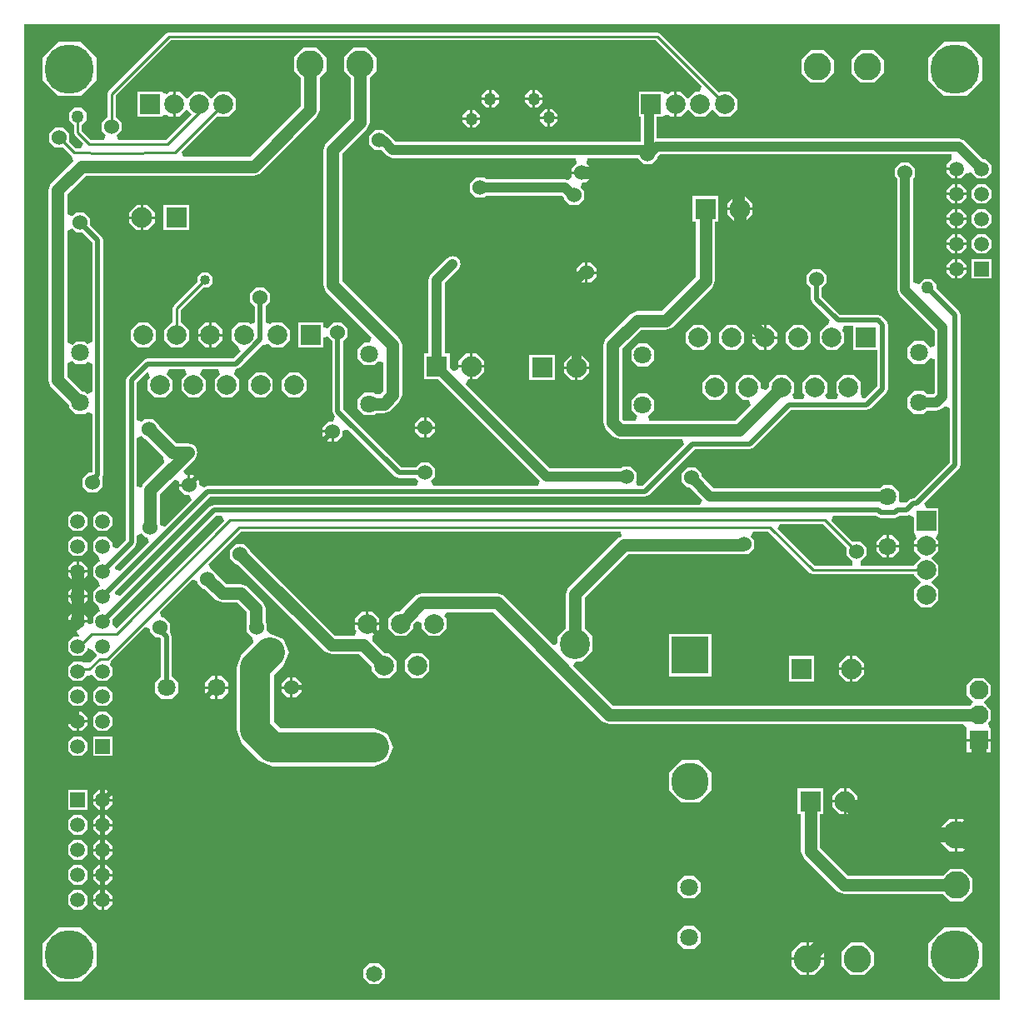
<source format=gbl>
G04*
G04 #@! TF.GenerationSoftware,Altium Limited,Altium Designer,21.3.2 (30)*
G04*
G04 Layer_Physical_Order=2*
G04 Layer_Color=16711680*
%FSTAX44Y44*%
%MOMM*%
G71*
G04*
G04 #@! TF.SameCoordinates,71E4571F-97C7-41C0-9591-7C9436880AE0*
G04*
G04*
G04 #@! TF.FilePolarity,Positive*
G04*
G01*
G75*
%ADD11C,0.2540*%
%ADD13C,0.5080*%
%ADD54C,1.2700*%
%ADD55C,3.0480*%
%ADD57C,1.5240*%
%ADD58C,1.0160*%
%ADD59R,2.0000X2.0000*%
%ADD60C,2.0000*%
%ADD61C,2.7940*%
%ADD62R,1.5000X1.5000*%
%ADD63C,1.5000*%
%ADD64R,2.1000X2.1000*%
%ADD65C,2.1000*%
%ADD66C,1.8000*%
%ADD67C,1.6500*%
%ADD68R,2.0000X2.0000*%
%ADD69C,1.9400*%
%ADD70R,1.9400X1.9400*%
%ADD71R,3.8100X3.8100*%
%ADD72C,3.8100*%
%ADD73C,5.0000*%
%ADD74C,1.5240*%
%ADD75C,1.2700*%
%ADD76C,3.0480*%
%ADD77C,1.0160*%
G36*
X00995366Y00004124D02*
X00004124D01*
Y00995366D01*
X00995366D01*
Y00004124D01*
D02*
G37*
%LPC*%
G36*
X00867899Y0096901D02*
X00854221D01*
X0084455Y00959339D01*
Y00945661D01*
X00854221Y0093599D01*
X00867899D01*
X0087757Y00945661D01*
Y00959339D01*
X00867899Y0096901D01*
D02*
G37*
G36*
X00817099D02*
X00803421D01*
X0079375Y00959339D01*
Y00945661D01*
X00803421Y0093599D01*
X00817099D01*
X0082677Y00945661D01*
Y00959339D01*
X00817099Y0096901D01*
D02*
G37*
G36*
X0066461Y00926686D02*
X00660686D01*
X00658113Y00924114D01*
X0065342Y00926058D01*
Y00926686D01*
X0062834D01*
Y00901606D01*
X00630264D01*
Y00875658D01*
X00381876D01*
X00375104Y0088243D01*
X00373216Y00883212D01*
X00368698Y0088773D01*
X00360282D01*
X0035433Y00881778D01*
Y00873362D01*
X00360282Y0086741D01*
X00366796D01*
X00372628Y00861578D01*
X0037846Y00859162D01*
X00564506D01*
X00565394Y00854082D01*
X0056007Y00848758D01*
Y0084582D01*
X0058039D01*
Y00848758D01*
X00575066Y00854082D01*
X00575954Y00859162D01*
X00627609D01*
X00633332Y0085344D01*
X00641748D01*
X006477Y00859392D01*
Y00860721D01*
X00649951Y00862972D01*
X00945845D01*
X00946563Y00857892D01*
X0094119Y00852519D01*
Y0084963D01*
X0095123D01*
Y0084836D01*
X009525D01*
Y0083832D01*
X00955389D01*
X0096127Y00844201D01*
X0096635Y00844264D01*
X0096659Y00844201D01*
X00972471Y0083832D01*
X00980789D01*
X0098667Y00844201D01*
Y00852519D01*
X00980789Y008584D01*
X00978254D01*
X00959602Y00877052D01*
X0095377Y00879468D01*
X0064676D01*
Y00901606D01*
X0065342D01*
Y00902234D01*
X00658113Y00904178D01*
X00660686Y00901606D01*
X0066461D01*
Y00914146D01*
Y00926686D01*
D02*
G37*
G36*
X0015534D02*
X00151416D01*
X00148843Y00924114D01*
X0014415Y00926058D01*
Y00926686D01*
X0011907D01*
Y00901606D01*
X0014415D01*
Y00902234D01*
X00148843Y00904178D01*
X00151416Y00901606D01*
X0015534D01*
Y00914146D01*
Y00926686D01*
D02*
G37*
G36*
X00961407Y0097754D02*
X00938593D01*
X0092246Y00961407D01*
Y00938593D01*
X00938593Y0092246D01*
X00961407D01*
X0097754Y00938593D01*
Y00961407D01*
X00961407Y0097754D01*
D02*
G37*
G36*
X00061407D02*
X00038593D01*
X0002246Y00961407D01*
Y00938593D01*
X00038593Y0092246D01*
X00061407D01*
X0007754Y00938593D01*
Y00961407D01*
X00061407Y0097754D01*
D02*
G37*
G36*
X00525652Y0092837D02*
X0052324D01*
Y0092075D01*
X0053086D01*
Y00923162D01*
X00525652Y0092837D01*
D02*
G37*
G36*
X005207D02*
X00518288D01*
X0051308Y00923162D01*
Y0092075D01*
X005207D01*
Y0092837D01*
D02*
G37*
G36*
X00481202D02*
X0047879D01*
Y0092075D01*
X0048641D01*
Y00923162D01*
X00481202Y0092837D01*
D02*
G37*
G36*
X0047625D02*
X00473838D01*
X0046863Y00923162D01*
Y0092075D01*
X0047625D01*
Y0092837D01*
D02*
G37*
G36*
X00647046Y00987104D02*
X0015113D01*
X00148214Y00985896D01*
X00089794Y00927476D01*
X00088586Y0092456D01*
Y009017D01*
X00088502D01*
X0008255Y00895748D01*
Y00887332D01*
X00087254Y00882627D01*
X0008549Y00877547D01*
X00071895D01*
X00062544Y00886898D01*
Y00893252D01*
X0006731Y00898018D01*
Y00905382D01*
X00062102Y0091059D01*
X00054738D01*
X0004953Y00905382D01*
Y00898018D01*
X00054296Y00893252D01*
Y0088519D01*
X00055504Y00882274D01*
X00063808Y0087397D01*
X0006168Y00868914D01*
X00056338Y00868975D01*
X0004947Y00875842D01*
X0004953Y00875902D01*
Y00884318D01*
X00043578Y0089027D01*
X00035162D01*
X0002921Y00884318D01*
Y00875902D01*
X00035162Y0086995D01*
X00043578D01*
X00043638Y0087001D01*
X0005095Y00862698D01*
X0005095Y00862698D01*
X0005095Y00862698D01*
X00051694Y00861954D01*
X00052558Y00861596D01*
X00053373Y00859398D01*
X00053763Y00856228D01*
X00053723Y00856001D01*
X00031296Y00833574D01*
X00028477Y0082677D01*
Y00633394D01*
X00031296Y0062659D01*
X0004942Y00608466D01*
Y00605754D01*
X0005618Y00598994D01*
X0006574D01*
X00068162Y00601416D01*
X00073242Y00599311D01*
Y0053975D01*
X00069452D01*
X000635Y00533798D01*
Y00525382D01*
X00069452Y0051943D01*
X00077868D01*
X0008382Y00525382D01*
Y00533798D01*
X00083055Y00534563D01*
X00084239Y00537419D01*
Y0077597D01*
X00082628Y00779858D01*
X0007112Y00791366D01*
Y00797958D01*
X00065168Y0080391D01*
X00056752D01*
X00052803Y00799961D01*
X00047723Y00802065D01*
Y00822784D01*
X00066216Y00841277D01*
X0023749D01*
X00244294Y00844096D01*
X00301444Y00901246D01*
X00304263Y0090805D01*
Y00941314D01*
X0031115Y00948201D01*
Y00961879D01*
X00301479Y0097155D01*
X00287801D01*
X0027813Y00961879D01*
Y00948201D01*
X00285018Y00941314D01*
Y00912036D01*
X00233504Y00860523D01*
X00166003D01*
X00163899Y00865602D01*
X00200659Y00902363D01*
X00201416Y00901606D01*
X00211805D01*
X0021915Y00908952D01*
Y0091934D01*
X00211805Y00926686D01*
X00201416D01*
X0019411Y0091938D01*
X00186804Y00926686D01*
X00176416D01*
X0016911Y0091938D01*
X00161804Y00926686D01*
X0015788D01*
Y00914146D01*
Y00901606D01*
X00161804D01*
X0016911Y00908912D01*
X00174145Y00903877D01*
X00147815Y00877547D01*
X0009993D01*
X00098166Y00882627D01*
X0010287Y00887332D01*
Y00895748D01*
X00096918Y009017D01*
X00096834D01*
Y00922852D01*
X00152838Y00978856D01*
X00645338D01*
X00692428Y00931766D01*
X00690324Y00926686D01*
X00685686D01*
X0067838Y0091938D01*
X00671074Y00926686D01*
X0066715D01*
Y00914146D01*
Y00901606D01*
X00671074D01*
X0067838Y00908912D01*
X00685686Y00901606D01*
X00696074D01*
X0070338Y00908912D01*
X00710686Y00901606D01*
X00721075D01*
X0072842Y00908952D01*
Y0091934D01*
X00721075Y00926686D01*
X00710686D01*
X00709929Y00925929D01*
X00649962Y00985896D01*
X00647046Y00987104D01*
D02*
G37*
G36*
X0053086Y0091821D02*
X0052324D01*
Y0091059D01*
X00525652D01*
X0053086Y00915798D01*
Y0091821D01*
D02*
G37*
G36*
X005207D02*
X0051308D01*
Y00915798D01*
X00518288Y0091059D01*
X005207D01*
Y0091821D01*
D02*
G37*
G36*
X0048641D02*
X0047879D01*
Y0091059D01*
X00481202D01*
X0048641Y00915798D01*
Y0091821D01*
D02*
G37*
G36*
X0047625D02*
X0046863D01*
Y00915798D01*
X00473838Y0091059D01*
X0047625D01*
Y0091821D01*
D02*
G37*
G36*
X00540892Y0090932D02*
X0053848D01*
Y009017D01*
X005461D01*
Y00904112D01*
X00540892Y0090932D01*
D02*
G37*
G36*
X0053594D02*
X00533528D01*
X0052832Y00904112D01*
Y009017D01*
X0053594D01*
Y0090932D01*
D02*
G37*
G36*
X00462152Y0090805D02*
X0045974D01*
Y0090043D01*
X0046736D01*
Y00902842D01*
X00462152Y0090805D01*
D02*
G37*
G36*
X004572D02*
X00454788D01*
X0044958Y00902842D01*
Y0090043D01*
X004572D01*
Y0090805D01*
D02*
G37*
G36*
X005461Y0089916D02*
X0053848D01*
Y0089154D01*
X00540892D01*
X005461Y00896748D01*
Y0089916D01*
D02*
G37*
G36*
X0053594D02*
X0052832D01*
Y00896748D01*
X00533528Y0089154D01*
X0053594D01*
Y0089916D01*
D02*
G37*
G36*
X0046736Y0089789D02*
X0045974D01*
Y0089027D01*
X00462152D01*
X0046736Y00895478D01*
Y0089789D01*
D02*
G37*
G36*
X004572D02*
X0044958D01*
Y00895478D01*
X00454788Y0089027D01*
X004572D01*
Y0089789D01*
D02*
G37*
G36*
X0094996Y0084709D02*
X0094119D01*
Y00844201D01*
X00947071Y0083832D01*
X0094996D01*
Y0084709D01*
D02*
G37*
G36*
X0058039Y0084328D02*
X0056007D01*
Y00840342D01*
X00557122Y00836105D01*
X00553615Y00837558D01*
X00473481D01*
X00471568Y0083947D01*
X00463152D01*
X004572Y00833518D01*
Y00825102D01*
X00463152Y0081915D01*
X00471568D01*
X00473481Y00821062D01*
X00550199D01*
X0055245Y00818811D01*
Y00817482D01*
X00558402Y0081153D01*
X00566818D01*
X0057277Y00817482D01*
Y00825898D01*
X00569358Y0082931D01*
X00571463Y0083439D01*
X00574438D01*
X0058039Y00840342D01*
Y0084328D01*
D02*
G37*
G36*
X00955389Y00833D02*
X009525D01*
Y0082423D01*
X0096127D01*
Y00827119D01*
X00955389Y00833D01*
D02*
G37*
G36*
X0094996D02*
X00947071D01*
X0094119Y00827119D01*
Y0082423D01*
X0094996D01*
Y00833D01*
D02*
G37*
G36*
X00980789D02*
X00972471D01*
X0096659Y00827119D01*
Y00818801D01*
X00972471Y0081292D01*
X00980789D01*
X0098667Y00818801D01*
Y00827119D01*
X00980789Y00833D01*
D02*
G37*
G36*
X0096127Y0082169D02*
X009525D01*
Y0081292D01*
X00955389D01*
X0096127Y00818801D01*
Y0082169D01*
D02*
G37*
G36*
X0094996D02*
X0094119D01*
Y00818801D01*
X00947071Y0081292D01*
X0094996D01*
Y0082169D01*
D02*
G37*
G36*
X00736641Y0082076D02*
X0073251D01*
Y0080899D01*
X0074428D01*
Y00813121D01*
X00736641Y0082076D01*
D02*
G37*
G36*
X0072997D02*
X00725839D01*
X007182Y00813121D01*
Y0080899D01*
X0072997D01*
Y0082076D01*
D02*
G37*
G36*
X00128871Y0081187D02*
X0012474D01*
Y008001D01*
X0013651D01*
Y00804231D01*
X00128871Y0081187D01*
D02*
G37*
G36*
X001222D02*
X00118069D01*
X0011043Y00804231D01*
Y008001D01*
X001222D01*
Y0081187D01*
D02*
G37*
G36*
X00955389Y008076D02*
X009525D01*
Y0079883D01*
X0096127D01*
Y00801719D01*
X00955389Y008076D01*
D02*
G37*
G36*
X0094996D02*
X00947071D01*
X0094119Y00801719D01*
Y0079883D01*
X0094996D01*
Y008076D01*
D02*
G37*
G36*
X0074428Y0080645D02*
X0073251D01*
Y0079468D01*
X00736641D01*
X0074428Y00802319D01*
Y0080645D01*
D02*
G37*
G36*
X0072997D02*
X007182D01*
Y00802319D01*
X00725839Y0079468D01*
X0072997D01*
Y0080645D01*
D02*
G37*
G36*
X00980789Y008076D02*
X00972471D01*
X0096659Y00801719D01*
Y00793401D01*
X00972471Y0078752D01*
X00980789D01*
X0098667Y00793401D01*
Y00801719D01*
X00980789Y008076D01*
D02*
G37*
G36*
X0096127Y0079629D02*
X009525D01*
Y0078752D01*
X00955389D01*
X0096127Y00793401D01*
Y0079629D01*
D02*
G37*
G36*
X0094996D02*
X0094119D01*
Y00793401D01*
X00947071Y0078752D01*
X0094996D01*
Y0079629D01*
D02*
G37*
G36*
X0017151Y0081187D02*
X0014543D01*
Y0078579D01*
X0017151D01*
Y0081187D01*
D02*
G37*
G36*
X0013651Y0079756D02*
X0012474D01*
Y0078579D01*
X00128871D01*
X0013651Y00793429D01*
Y0079756D01*
D02*
G37*
G36*
X001222D02*
X0011043D01*
Y00793429D01*
X00118069Y0078579D01*
X001222D01*
Y0079756D01*
D02*
G37*
G36*
X00955389Y007822D02*
X009525D01*
Y0077343D01*
X0096127D01*
Y00776319D01*
X00955389Y007822D01*
D02*
G37*
G36*
X0094996D02*
X00947071D01*
X0094119Y00776319D01*
Y0077343D01*
X0094996D01*
Y007822D01*
D02*
G37*
G36*
X00980789D02*
X00972471D01*
X0096659Y00776319D01*
Y00768001D01*
X00972471Y0076212D01*
X00980789D01*
X0098667Y00768001D01*
Y00776319D01*
X00980789Y007822D01*
D02*
G37*
G36*
X0096127Y0077089D02*
X009525D01*
Y0076212D01*
X00955389D01*
X0096127Y00768001D01*
Y0077089D01*
D02*
G37*
G36*
X0094996D02*
X0094119D01*
Y00768001D01*
X00947071Y0076212D01*
X0094996D01*
Y0077089D01*
D02*
G37*
G36*
X00955389Y007568D02*
X009525D01*
Y0074803D01*
X0096127D01*
Y00750919D01*
X00955389Y007568D01*
D02*
G37*
G36*
X0094996D02*
X00947071D01*
X0094119Y00750919D01*
Y0074803D01*
X0094996D01*
Y007568D01*
D02*
G37*
G36*
X00579518Y0075311D02*
X0057658D01*
Y0074422D01*
X0058547D01*
Y00747158D01*
X00579518Y0075311D01*
D02*
G37*
G36*
X0057404D02*
X00571102D01*
X0056515Y00747158D01*
Y0074422D01*
X0057404D01*
Y0075311D01*
D02*
G37*
G36*
X0098667Y007568D02*
X0096659D01*
Y0073672D01*
X0098667D01*
Y007568D01*
D02*
G37*
G36*
X0096127Y0074549D02*
X009525D01*
Y0073672D01*
X00955389D01*
X0096127Y00742601D01*
Y0074549D01*
D02*
G37*
G36*
X0094996D02*
X0094119D01*
Y00742601D01*
X00947071Y0073672D01*
X0094996D01*
Y0074549D01*
D02*
G37*
G36*
X0058547Y0074168D02*
X0057658D01*
Y0073279D01*
X00579518D01*
X0058547Y00738742D01*
Y0074168D01*
D02*
G37*
G36*
X0057404D02*
X0056515D01*
Y00738742D01*
X00571102Y0073279D01*
X0057404D01*
Y0074168D01*
D02*
G37*
G36*
X00198234Y0069199D02*
X0019431D01*
Y0068072D01*
X0020558D01*
Y00684644D01*
X00198234Y0069199D01*
D02*
G37*
G36*
X0019177D02*
X00187846D01*
X001805Y00684644D01*
Y0068072D01*
X0019177D01*
Y0069199D01*
D02*
G37*
G36*
X00761824Y0068945D02*
X007579D01*
Y0067818D01*
X0076917D01*
Y00682104D01*
X00761824Y0068945D01*
D02*
G37*
G36*
X0075536D02*
X00751436D01*
X0074409Y00682104D01*
Y0067818D01*
X0075536D01*
Y0068945D01*
D02*
G37*
G36*
X00903368Y0085471D02*
X00894952D01*
X00889Y00848758D01*
Y00840342D01*
X00890912Y00838429D01*
Y0072517D01*
X00893328Y00719338D01*
X00929012Y00683654D01*
Y00668231D01*
X00923932Y00667188D01*
X0091791Y0067321D01*
X0090835D01*
X0090159Y0066645D01*
Y0065689D01*
X0090835Y0065013D01*
X0091791D01*
X00923932Y00656152D01*
X00929012Y00655109D01*
Y00620238D01*
X00927892Y00619118D01*
X00921202D01*
X0091791Y0062241D01*
X0090835D01*
X0090159Y0061565D01*
Y0060609D01*
X0090835Y0059933D01*
X0091791D01*
X00921202Y00602622D01*
X00931308D01*
X00937141Y00605038D01*
X00939381Y00607279D01*
X00944462Y00605175D01*
Y00549648D01*
X00908406Y00513592D01*
X0090734D01*
X00903452Y00511982D01*
X00900559Y00509089D01*
X00894341Y00509243D01*
X0089292Y0051084D01*
X0089292Y0051156D01*
Y005204D01*
X0088616Y0052716D01*
X008766D01*
X00873308Y00523868D01*
X00704456D01*
X0069215Y00536174D01*
Y00538878D01*
X00686198Y0054483D01*
X00677782D01*
X0067183Y00538878D01*
Y00530462D01*
X00677782Y0052451D01*
X00680486D01*
X00692852Y00512144D01*
X00690747Y00507064D01*
X00196766D01*
X00192878Y00505454D01*
X00101638Y00414214D01*
X00096223Y00415983D01*
X00095865Y00418288D01*
X00192778Y00515201D01*
X00635D01*
X00638888Y00516812D01*
X00685538Y00563461D01*
X00741398D01*
X00745286Y00565072D01*
X00783206Y00602991D01*
X0085995D01*
X00863838Y00604602D01*
X00880138Y00620902D01*
X00881749Y0062479D01*
Y00690066D01*
X00880138Y00693954D01*
X00875674Y00698418D01*
X00871786Y00700029D01*
X00833018D01*
X00814489Y00718558D01*
Y0072773D01*
X0081915Y00732392D01*
Y00740808D01*
X00813198Y0074676D01*
X00804782D01*
X0079883Y00740808D01*
Y00732392D01*
X00803492Y0072773D01*
Y0071628D01*
X00805102Y00712392D01*
X00822964Y0069453D01*
X0082086Y0068945D01*
X00819436D01*
X0081209Y00682104D01*
Y00671716D01*
X00819436Y0066437D01*
X00829824D01*
X0083717Y00671716D01*
Y00682104D01*
X00835323Y00683951D01*
X00837427Y00689032D01*
X0084609D01*
Y0066437D01*
X00870751D01*
Y00627068D01*
X00858573Y00614889D01*
X00855682Y00615243D01*
X00853834Y0062058D01*
X0085417Y00620916D01*
Y00631304D01*
X00846824Y0063865D01*
X00836436D01*
X0082909Y00631304D01*
Y00620916D01*
X00831324Y00618682D01*
X0082938Y00613988D01*
X0081988D01*
X00817936Y00618682D01*
X0082017Y00620916D01*
Y00631304D01*
X00812824Y0063865D01*
X00802436D01*
X0079509Y00631304D01*
Y00620916D01*
X00797324Y00618682D01*
X0079538Y00613988D01*
X00786427D01*
X00784323Y00619068D01*
X0078617Y00620916D01*
Y00631304D01*
X00778824Y0063865D01*
X00768436D01*
X0076109Y00631304D01*
Y00627178D01*
X0075725Y00623338D01*
X0075217Y00625442D01*
Y00631304D01*
X00744824Y0063865D01*
X00734436D01*
X0072709Y00631304D01*
Y00620916D01*
X00734436Y0061357D01*
X00740298D01*
X00742402Y0060849D01*
X00726464Y00592552D01*
X00639274D01*
X00638083Y00597632D01*
X00644Y0060355D01*
Y0061311D01*
X0063724Y0061987D01*
X0062768D01*
X0062092Y0061311D01*
Y0060355D01*
X00626838Y00597632D01*
X00625646Y00592552D01*
X00613405D01*
X00611603Y00594355D01*
Y00665304D01*
X00630731Y00684433D01*
X00655955D01*
X00662759Y00687251D01*
X00703044Y00727536D01*
X00705863Y0073434D01*
Y0079468D01*
X0070928D01*
Y0082076D01*
X006832D01*
Y0079468D01*
X00686618D01*
Y00738326D01*
X00651969Y00703677D01*
X00626745D01*
X00619941Y00700859D01*
X00595176Y00676094D01*
X00592357Y0066929D01*
Y00590369D01*
X00595176Y00583565D01*
X00602615Y00576126D01*
X0060942Y00573307D01*
X00672647D01*
X00674751Y00568228D01*
X00632722Y00526199D01*
X00627214D01*
X0062527Y00530892D01*
X0062611Y00531732D01*
Y00540148D01*
X00620158Y005461D01*
X00611742D01*
X00609829Y00544188D01*
X00538366D01*
X00452974Y0062958D01*
X00455078Y0063466D01*
X0045692D01*
Y0064643D01*
X0044515D01*
Y00644588D01*
X0044007Y00642484D01*
X0043623Y00646324D01*
Y0066074D01*
X00431438D01*
Y00732194D01*
X00445252Y00746008D01*
X0044588Y00747524D01*
X0044704Y00748684D01*
Y00750324D01*
X00447668Y0075184D01*
X0044704Y00753356D01*
Y00754996D01*
X0044588Y00756156D01*
X00445252Y00757672D01*
X00443736Y007583D01*
X00442576Y0075946D01*
X00440936D01*
X0043942Y00760088D01*
X00437904Y0075946D01*
X00436264D01*
X00435104Y007583D01*
X00433588Y00757672D01*
X00417358Y00741442D01*
X00414942Y0073561D01*
Y0066074D01*
X0041015D01*
Y0063466D01*
X00424566D01*
X00527947Y00531278D01*
X00526292Y00526199D01*
X00419481D01*
X00417377Y00531278D01*
X0042164Y00535542D01*
Y00543958D01*
X00415688Y0054991D01*
X00407272D01*
X0040261Y00545248D01*
X00387088D01*
X00328078Y00604258D01*
Y0067312D01*
X0033274Y00677782D01*
Y00686198D01*
X00326788Y0069215D01*
X00318372D01*
X0031266Y00686438D01*
X0030758Y00686778D01*
Y0069199D01*
X002825D01*
Y0066691D01*
X0030758D01*
Y00677202D01*
X0031266Y00677542D01*
X00317082Y0067312D01*
Y0060198D01*
X00318692Y00598092D01*
X00319884Y005969D01*
X0031778Y0059182D01*
X00313292D01*
X0030734Y00585868D01*
Y0058293D01*
X003175D01*
Y0058166D01*
X0031877D01*
Y005715D01*
X00321708D01*
X0032766Y00577452D01*
Y0058194D01*
X0033274Y00584044D01*
X00380922Y00535862D01*
X0038481Y00534252D01*
X00401919D01*
X00404706Y0053077D01*
X00402721Y00526199D01*
X001905D01*
X00186612Y00524588D01*
X0018161Y0052677D01*
Y00531258D01*
X00175658Y0053721D01*
X0017272D01*
Y0052705D01*
X0017145D01*
Y0052578D01*
X0016129D01*
Y00522842D01*
X00167242Y0051689D01*
X0017173D01*
X00173834Y0051181D01*
X00146933Y00484909D01*
X0014224Y00486853D01*
Y00488078D01*
X00141702Y00488616D01*
Y00517722D01*
X00156896Y00532916D01*
X0016129Y00530125D01*
Y0052832D01*
X0017018D01*
Y0053721D01*
X00168375D01*
X00165584Y00541604D01*
X00177237Y00553256D01*
X00177969Y00555024D01*
X00179323Y00556378D01*
Y00558292D01*
X00180055Y0056006D01*
X00179323Y00561828D01*
Y00563742D01*
X00177969Y00565096D01*
X00177237Y00566864D01*
X00175468Y00567597D01*
X00174115Y0056895D01*
X00172201D01*
X00170433Y00569683D01*
X00158936D01*
X0014097Y00587648D01*
Y00588408D01*
X00135018Y0059436D01*
X00126602D01*
X00123609Y00591367D01*
X00118528Y00593471D01*
Y00631452D01*
X00128792Y00641716D01*
X00129956Y00641484D01*
X00131628Y00635972D01*
X001295Y00633844D01*
Y00623456D01*
X00136846Y0061611D01*
X00147234D01*
X0015458Y00623456D01*
Y00633844D01*
X00148887Y00639537D01*
X00150991Y00644617D01*
X00167089D01*
X00169193Y00639537D01*
X001635Y00633844D01*
Y00623456D01*
X00170846Y0061611D01*
X00181234D01*
X0018858Y00623456D01*
Y00633844D01*
X00182887Y00639537D01*
X00184992Y00644617D01*
X00201089D01*
X00203193Y00639537D01*
X001975Y00633844D01*
Y00623456D01*
X00204846Y0061611D01*
X00215234D01*
X0022258Y00623456D01*
Y00633844D01*
X00216887Y00639537D01*
X00218992Y00644617D01*
X00219032D01*
X0022292Y00646227D01*
X00246132Y00669439D01*
X00252489Y00670266D01*
X00255846Y0066691D01*
X00266234D01*
X0027358Y00674256D01*
Y00684644D01*
X00266234Y0069199D01*
X00255846D01*
X00254032Y00690176D01*
X00249338Y0069212D01*
Y0070868D01*
X00254Y00713342D01*
Y00721758D01*
X00248048Y0072771D01*
X00239632D01*
X0023368Y00721758D01*
Y00713342D01*
X00238342Y0070868D01*
Y0069252D01*
X00233648Y00690576D01*
X00232234Y0069199D01*
X00221846D01*
X002145Y00684644D01*
Y00674256D01*
X00221846Y0066691D01*
X00223663Y00662523D01*
X00216754Y00655614D01*
X00129416D01*
X00125527Y00654004D01*
X00109142Y00637618D01*
X00107531Y0063373D01*
Y00470908D01*
X0009894Y00462316D01*
X0009386Y0046442D01*
Y00468979D01*
X00087979Y0047486D01*
X00079661D01*
X0007378Y00468979D01*
Y00460661D01*
X00079661Y0045478D01*
X00081085Y004497D01*
X00080925Y0044946D01*
X00079661D01*
X0007378Y00443579D01*
Y00435261D01*
X00079661Y0042938D01*
X00081085Y004243D01*
X00080925Y0042406D01*
X00079661D01*
X0007378Y00418179D01*
Y00409861D01*
X00079661Y0040398D01*
X00081085Y003989D01*
X00080925Y0039866D01*
X00079661D01*
X0007378Y00392779D01*
Y00386983D01*
X00069811Y0038536D01*
X0006846Y00386652D01*
Y0038735D01*
X0005842D01*
X0004838D01*
Y00384461D01*
X00054261Y0037858D01*
X00056711D01*
X00059912Y003735D01*
X00059798Y0037326D01*
X00054261D01*
X0004838Y00367379D01*
Y00359061D01*
X00054261Y0035318D01*
X00062579D01*
X0006846Y00359061D01*
Y00360999D01*
X000687Y00361159D01*
X0007378Y00359061D01*
X00077907Y00354934D01*
X00077609Y00353436D01*
X00070602Y00346428D01*
X0006401D01*
X00062579Y0034786D01*
X00054261D01*
X0004838Y00341979D01*
Y00333661D01*
X00054261Y0032778D01*
X00062579D01*
X0006846Y00333661D01*
X0007354Y00333776D01*
X0007378Y00333661D01*
X00079661Y0032778D01*
X00087979D01*
X0009386Y00333661D01*
Y00341979D01*
X00091222Y00344617D01*
X00091816Y00347604D01*
X00127Y00382788D01*
X0013208Y00380684D01*
Y00378062D01*
X00138032Y0037211D01*
X00141875D01*
X00143091Y00370893D01*
Y00332132D01*
X0013705Y0032609D01*
Y0031653D01*
X0014381Y0030977D01*
X0015337D01*
X0016013Y0031653D01*
Y0032609D01*
X00154088Y00332132D01*
Y00373171D01*
X00152478Y00377059D01*
X00151938Y00377599D01*
X001524Y00378062D01*
Y00386478D01*
X00146448Y0039243D01*
X00143826D01*
X00141722Y0039751D01*
X0017526Y00431048D01*
X0018034Y00428944D01*
Y00427592D01*
X00186292Y0042164D01*
X00187052D01*
X0019845Y00410242D01*
X00205254Y00407424D01*
X00220318D01*
X00229922Y0039782D01*
Y0038653D01*
X0022987Y00386478D01*
Y00378062D01*
X0023533Y00372601D01*
X00235822Y0037211D01*
X00236943Y0036703D01*
X00225152Y00355238D01*
X00219515Y0034163D01*
Y00278335D01*
X00225152Y00264727D01*
X00243006Y00246872D01*
X00256615Y00241235D01*
X0035941D01*
X00373018Y00246872D01*
X00378655Y0026048D01*
X00373018Y00274088D01*
X0035941Y00279725D01*
X00264586D01*
X00258005Y00286306D01*
Y00333658D01*
X00267608Y00343262D01*
X00273245Y0035687D01*
X00267608Y00370478D01*
X00254396Y00375951D01*
X00253934Y00376183D01*
X0025019Y00380035D01*
Y00386478D01*
X00249167Y00387502D01*
Y00401806D01*
X00246348Y0040861D01*
X00231108Y0042385D01*
X00224304Y00426668D01*
X0020924D01*
X0020066Y00435248D01*
Y00436008D01*
X00194708Y0044196D01*
X00193356D01*
X00191252Y0044704D01*
X00223958Y00479746D01*
X00609873D01*
X00610884Y00474666D01*
X00606606Y00472894D01*
X00557076Y00423364D01*
X00554258Y0041656D01*
Y00381282D01*
X005461Y00373125D01*
Y00366068D01*
X00541407Y00364124D01*
X00491217Y00414314D01*
X00484413Y00417132D01*
X00407764D01*
X0040096Y00414314D01*
X00385266Y0039862D01*
X0038114D01*
X00373794Y00391274D01*
Y00380886D01*
X0038114Y0037354D01*
X00391528D01*
X00398874Y00380886D01*
Y00385012D01*
X0040275Y00388888D01*
X0040783Y00386784D01*
Y00380886D01*
X00415176Y0037354D01*
X00425564D01*
X0043291Y00380886D01*
Y00391274D01*
X0043099Y00393194D01*
X00432934Y00397887D01*
X00480427D01*
X00591749Y00286566D01*
X00598553Y00283748D01*
X0095823D01*
X00961845Y0028021D01*
X00961845Y00278668D01*
Y0026924D01*
X00974085D01*
X00986325D01*
Y0028021D01*
X00985419D01*
X00983315Y0028529D01*
X00986325Y002883D01*
Y0029844D01*
X00982096Y00302668D01*
X00979505Y0030607D01*
X00982096Y00309472D01*
X00986325Y003137D01*
Y0032384D01*
X00979155Y0033101D01*
X00969015D01*
X00961845Y0032384D01*
Y003137D01*
X00966074Y00309472D01*
X00967993Y00306951D01*
X00965368Y00302992D01*
X00602539D01*
X00562244Y00343287D01*
X00564188Y0034798D01*
X00571245D01*
X0058166Y00358395D01*
Y00373125D01*
X00573503Y00381282D01*
Y00412574D01*
X00617396Y00456468D01*
X00733373D01*
X00735141Y004572D01*
X00739538D01*
X0074549Y00463152D01*
Y00471568D01*
X00742392Y00474666D01*
X00744497Y00479746D01*
X00760292D01*
X0080248Y00437558D01*
X00805396Y0043635D01*
X00907956D01*
Y0043528D01*
X00915262Y00427974D01*
X00907956Y00420668D01*
Y0041028D01*
X00915302Y00402934D01*
X0092569D01*
X00933036Y0041028D01*
Y00420668D01*
X0092573Y00427974D01*
X00933036Y0043528D01*
Y00445668D01*
X0092573Y00452974D01*
X00933036Y0046028D01*
Y00464204D01*
X00907956D01*
Y0046028D01*
X00915262Y00452974D01*
X00907956Y00445668D01*
Y00444598D01*
X00854075D01*
X00853936Y00449678D01*
X0085979Y00455532D01*
Y00463948D01*
X00853838Y004699D01*
X00845422D01*
X00845362Y0046984D01*
X00824215Y00490987D01*
X00826319Y00496067D01*
X00861743D01*
X00861805Y00496041D01*
X00869678D01*
X00870608Y00495112D01*
X00874496Y00493502D01*
X00888264D01*
X00892152Y00495112D01*
X00893082Y00496041D01*
X00900786D01*
X00902876Y00496907D01*
X00907956Y00494297D01*
Y00477934D01*
X00908584D01*
X00910528Y00473241D01*
X00907956Y00470668D01*
Y00466744D01*
X00933036D01*
Y00470668D01*
X00930464Y00473241D01*
X00932408Y00477934D01*
X00933036D01*
Y00503014D01*
X00920564D01*
X0091846Y00508094D01*
X00953848Y00543482D01*
X00955459Y0054737D01*
Y0069977D01*
X00953848Y00703658D01*
X0093091Y00726596D01*
Y00731392D01*
X00925702Y007366D01*
X00918338D01*
X0091313Y00731392D01*
X0090849Y00732454D01*
X00907408Y00733177D01*
Y00838429D01*
X0090932Y00840342D01*
Y00848758D01*
X00903368Y0085471D01*
D02*
G37*
G36*
X0020558Y0067818D02*
X0019431D01*
Y0066691D01*
X00198234D01*
X0020558Y00674256D01*
Y0067818D01*
D02*
G37*
G36*
X0019177D02*
X001805D01*
Y00674256D01*
X00187846Y0066691D01*
X0019177D01*
Y0067818D01*
D02*
G37*
G36*
X00191116Y0074295D02*
X00184804D01*
X0018034Y00738486D01*
Y00733542D01*
X00156124Y00709326D01*
X00154916Y0070641D01*
Y0069199D01*
X00153846D01*
X001465Y00684644D01*
Y00674256D01*
X00153846Y0066691D01*
X00164234D01*
X0017158Y00674256D01*
Y00684644D01*
X00164234Y0069199D01*
X00163164D01*
Y00704702D01*
X00186172Y0072771D01*
X00191116D01*
X0019558Y00732174D01*
Y00738486D01*
X00191116Y0074295D01*
D02*
G37*
G36*
X00130234Y0069199D02*
X00119846D01*
X001125Y00684644D01*
Y00674256D01*
X00119846Y0066691D01*
X00130234D01*
X0013758Y00674256D01*
Y00684644D01*
X00130234Y0069199D01*
D02*
G37*
G36*
X00795824Y0068945D02*
X00785436D01*
X0077809Y00682104D01*
Y00671716D01*
X00785436Y0066437D01*
X00795824D01*
X0080317Y00671716D01*
Y00682104D01*
X00795824Y0068945D01*
D02*
G37*
G36*
X0076917Y0067564D02*
X007579D01*
Y0066437D01*
X00761824D01*
X0076917Y00671716D01*
Y0067564D01*
D02*
G37*
G36*
X0075536D02*
X0074409D01*
Y00671716D01*
X00751436Y0066437D01*
X0075536D01*
Y0067564D01*
D02*
G37*
G36*
X00727824Y0068945D02*
X00717436D01*
X0071009Y00682104D01*
Y00671716D01*
X00717436Y0066437D01*
X00727824D01*
X0073517Y00671716D01*
Y00682104D01*
X00727824Y0068945D01*
D02*
G37*
G36*
X00693824D02*
X00683436D01*
X0067609Y00682104D01*
Y00671716D01*
X00683436Y0066437D01*
X00693824D01*
X0070117Y00671716D01*
Y00682104D01*
X00693824Y0068945D01*
D02*
G37*
G36*
X00463591Y0066074D02*
X0045946D01*
Y0064897D01*
X0047123D01*
Y00653101D01*
X00463591Y0066074D01*
D02*
G37*
G36*
X0045692D02*
X00452789D01*
X0044515Y00653101D01*
Y0064897D01*
X0045692D01*
Y0066074D01*
D02*
G37*
G36*
X00570551Y0065947D02*
X0056642D01*
Y006477D01*
X0057819D01*
Y00651831D01*
X00570551Y0065947D01*
D02*
G37*
G36*
X0056388D02*
X00559749D01*
X0055211Y00651831D01*
Y006477D01*
X0056388D01*
Y0065947D01*
D02*
G37*
G36*
X0063724Y0067067D02*
X0062768D01*
X0062092Y0066391D01*
Y0065435D01*
X0062768Y0064759D01*
X0063724D01*
X00644Y0065435D01*
Y0066391D01*
X0063724Y0067067D01*
D02*
G37*
G36*
X0047123Y0064643D02*
X0045946D01*
Y0063466D01*
X00463591D01*
X0047123Y00642299D01*
Y0064643D01*
D02*
G37*
G36*
X0057819Y0064516D02*
X0056642D01*
Y0063339D01*
X00570551D01*
X0057819Y00641029D01*
Y0064516D01*
D02*
G37*
G36*
X0056388D02*
X0055211D01*
Y00641029D01*
X00559749Y0063339D01*
X0056388D01*
Y0064516D01*
D02*
G37*
G36*
X0054319Y0065947D02*
X0051711D01*
Y0063339D01*
X0054319D01*
Y0065947D01*
D02*
G37*
G36*
X00352279Y0097155D02*
X00338601D01*
X0032893Y00961879D01*
Y00948201D01*
X00335817Y00941314D01*
Y00899336D01*
X00310696Y00874214D01*
X00307878Y0086741D01*
Y0073025D01*
X00310696Y00723446D01*
X00357122Y0067702D01*
X00355018Y0067194D01*
X0034955D01*
X0034279Y0066518D01*
Y0065562D01*
X0034955Y0064886D01*
X0035911D01*
X00363758Y00653508D01*
X00368838Y00651403D01*
Y00622476D01*
X00365584Y00619222D01*
X00361027D01*
X0035911Y0062114D01*
X0034955D01*
X0034279Y0061438D01*
Y0060482D01*
X0034955Y0059806D01*
X0035911D01*
X00361027Y00599977D01*
X0036957D01*
X00376374Y00602796D01*
X00385264Y00611686D01*
X00388083Y0061849D01*
Y0066929D01*
X00385264Y00676094D01*
X00327122Y00734236D01*
Y00863424D01*
X00352244Y00888546D01*
X00355062Y0089535D01*
Y00941314D01*
X0036195Y00948201D01*
Y00961879D01*
X00352279Y0097155D01*
D02*
G37*
G36*
X00283234Y0064119D02*
X00272846D01*
X002655Y00633844D01*
Y00623456D01*
X00272846Y0061611D01*
X00283234D01*
X0029058Y00623456D01*
Y00633844D01*
X00283234Y0064119D01*
D02*
G37*
G36*
X00249234D02*
X00238846D01*
X002315Y00633844D01*
Y00623456D01*
X00238846Y0061611D01*
X00249234D01*
X0025658Y00623456D01*
Y00633844D01*
X00249234Y0064119D01*
D02*
G37*
G36*
X00710824Y0063865D02*
X00700436D01*
X0069309Y00631304D01*
Y00620916D01*
X00700436Y0061357D01*
X00710824D01*
X0071817Y00620916D01*
Y00631304D01*
X00710824Y0063865D01*
D02*
G37*
G36*
X00415688Y0059563D02*
X0041275D01*
Y0058674D01*
X0042164D01*
Y00589678D01*
X00415688Y0059563D01*
D02*
G37*
G36*
X0041021D02*
X00407272D01*
X0040132Y00589678D01*
Y0058674D01*
X0041021D01*
Y0059563D01*
D02*
G37*
G36*
X0042164Y005842D02*
X0041275D01*
Y0057531D01*
X00415688D01*
X0042164Y00581262D01*
Y005842D01*
D02*
G37*
G36*
X0041021D02*
X0040132D01*
Y00581262D01*
X00407272Y0057531D01*
X0041021D01*
Y005842D01*
D02*
G37*
G36*
X0031623Y0058039D02*
X0030734D01*
Y00577452D01*
X00313292Y005715D01*
X0031623D01*
Y0058039D01*
D02*
G37*
G36*
X00087979Y0050026D02*
X00079661D01*
X0007378Y00494379D01*
Y00486061D01*
X00079661Y0048018D01*
X00087979D01*
X0009386Y00486061D01*
Y00494379D01*
X00087979Y0050026D01*
D02*
G37*
G36*
X00062579D02*
X00054261D01*
X0004838Y00494379D01*
Y00486061D01*
X00054261Y0048018D01*
X00062579D01*
X0006846Y00486061D01*
Y00494379D01*
X00062579Y0050026D01*
D02*
G37*
G36*
X0088616Y0047636D02*
X0088265D01*
Y0046609D01*
X0089292D01*
Y004696D01*
X0088616Y0047636D01*
D02*
G37*
G36*
X0088011D02*
X008766D01*
X0086984Y004696D01*
Y0046609D01*
X0088011D01*
Y0047636D01*
D02*
G37*
G36*
X00062579Y0047486D02*
X00054261D01*
X0004838Y00468979D01*
Y00460661D01*
X00054261Y0045478D01*
X00062579D01*
X0006846Y00460661D01*
Y00468979D01*
X00062579Y0047486D01*
D02*
G37*
G36*
X0089292Y0046355D02*
X0088265D01*
Y0045328D01*
X0088616D01*
X0089292Y0046004D01*
Y0046355D01*
D02*
G37*
G36*
X0088011D02*
X0086984D01*
Y0046004D01*
X008766Y0045328D01*
X0088011D01*
Y0046355D01*
D02*
G37*
G36*
X00062579Y0044946D02*
X0005969D01*
Y0044069D01*
X0006846D01*
Y00443579D01*
X00062579Y0044946D01*
D02*
G37*
G36*
X0005715D02*
X00054261D01*
X0004838Y00443579D01*
Y0044069D01*
X0005715D01*
Y0044946D01*
D02*
G37*
G36*
X0006846Y0043815D02*
X0005969D01*
Y0042938D01*
X00062579D01*
X0006846Y00435261D01*
Y0043815D01*
D02*
G37*
G36*
X0005715D02*
X0004838D01*
Y00435261D01*
X00054261Y0042938D01*
X0005715D01*
Y0043815D01*
D02*
G37*
G36*
X00062579Y0042406D02*
X0005969D01*
Y0041529D01*
X0006846D01*
Y00418179D01*
X00062579Y0042406D01*
D02*
G37*
G36*
X0005715D02*
X00054261D01*
X0004838Y00418179D01*
Y0041529D01*
X0005715D01*
Y0042406D01*
D02*
G37*
G36*
X0006846Y0041275D02*
X0005969D01*
Y0040398D01*
X00062579D01*
X0006846Y00409861D01*
Y0041275D01*
D02*
G37*
G36*
X0005715D02*
X0004838D01*
Y00409861D01*
X00054261Y0040398D01*
X0005715D01*
Y0041275D01*
D02*
G37*
G36*
X00062579Y0039866D02*
X0005969D01*
Y0038989D01*
X0006846D01*
Y00392779D01*
X00062579Y0039866D01*
D02*
G37*
G36*
X0005715D02*
X00054261D01*
X0004838Y00392779D01*
Y0038989D01*
X0005715D01*
Y0039866D01*
D02*
G37*
G36*
X00357492Y0039862D02*
X00353568D01*
Y0038735D01*
X00364838D01*
Y00391274D01*
X00357492Y0039862D01*
D02*
G37*
G36*
X00351028D02*
X00347104D01*
X00339758Y00391274D01*
Y0038735D01*
X00351028D01*
Y0039862D01*
D02*
G37*
G36*
X00849951Y003534D02*
X0084582D01*
Y0034163D01*
X0085759D01*
Y00345761D01*
X00849951Y003534D01*
D02*
G37*
G36*
X0084328D02*
X00839149D01*
X0083151Y00345761D01*
Y0034163D01*
X0084328D01*
Y003534D01*
D02*
G37*
G36*
X0070231Y0037592D02*
X0065913D01*
Y0033274D01*
X0070231D01*
Y0037592D01*
D02*
G37*
G36*
X00408292Y00356202D02*
X00397904D01*
X00390558Y00348856D01*
Y00338468D01*
X00397904Y00331122D01*
X00408292D01*
X00415638Y00338468D01*
Y00348856D01*
X00408292Y00356202D01*
D02*
G37*
G36*
X00227728Y0046736D02*
X00219312D01*
X0021336Y00461408D01*
Y00452992D01*
X00219312Y0044704D01*
X00220072D01*
X00309266Y00357846D01*
X0031607Y00355028D01*
X00344596D01*
X0035703Y00342594D01*
Y00338468D01*
X00364376Y00331122D01*
X00374764D01*
X0038211Y00338468D01*
Y00348856D01*
X00374764Y00356202D01*
X00370638D01*
X0035812Y0036872D01*
X00357492Y0037354D01*
X00364838Y00380886D01*
Y0038481D01*
X00339758D01*
Y00380886D01*
X00341678Y00378966D01*
X00339734Y00374272D01*
X00320056D01*
X0023368Y00460648D01*
Y00461408D01*
X00227728Y0046736D01*
D02*
G37*
G36*
X0085759Y0033909D02*
X0084582D01*
Y0032732D01*
X00849951D01*
X0085759Y00334959D01*
Y0033909D01*
D02*
G37*
G36*
X0084328D02*
X0083151D01*
Y00334959D01*
X00839149Y0032732D01*
X0084328D01*
Y0033909D01*
D02*
G37*
G36*
X0080679Y003534D02*
X0078071D01*
Y0032732D01*
X0080679D01*
Y003534D01*
D02*
G37*
G36*
X00279798Y0033147D02*
X0027686D01*
Y0032258D01*
X0028575D01*
Y00325518D01*
X00279798Y0033147D01*
D02*
G37*
G36*
X0027432D02*
X00271382D01*
X0026543Y00325518D01*
Y0032258D01*
X0027432D01*
Y0033147D01*
D02*
G37*
G36*
X0020417Y0033285D02*
X0020066D01*
Y0032258D01*
X0021093D01*
Y0032609D01*
X0020417Y0033285D01*
D02*
G37*
G36*
X0019812D02*
X0019461D01*
X0018785Y0032609D01*
Y0032258D01*
X0019812D01*
Y0033285D01*
D02*
G37*
G36*
X0028575Y0032004D02*
X0027686D01*
Y0031115D01*
X00279798D01*
X0028575Y00317102D01*
Y0032004D01*
D02*
G37*
G36*
X0027432D02*
X0026543D01*
Y00317102D01*
X00271382Y0031115D01*
X0027432D01*
Y0032004D01*
D02*
G37*
G36*
X0021093D02*
X0020066D01*
Y0030977D01*
X0020417D01*
X0021093Y0031653D01*
Y0032004D01*
D02*
G37*
G36*
X0019812D02*
X0018785D01*
Y0031653D01*
X0019461Y0030977D01*
X0019812D01*
Y0032004D01*
D02*
G37*
G36*
X00087979Y0032246D02*
X00079661D01*
X0007378Y00316579D01*
Y00308261D01*
X00079661Y0030238D01*
X00087979D01*
X0009386Y00308261D01*
Y00316579D01*
X00087979Y0032246D01*
D02*
G37*
G36*
X00062579D02*
X00054261D01*
X0004838Y00316579D01*
Y00308261D01*
X00054261Y0030238D01*
X00062579D01*
X0006846Y00308261D01*
Y00316579D01*
X00062579Y0032246D01*
D02*
G37*
G36*
Y0029706D02*
X0005969D01*
Y0028829D01*
X0006846D01*
Y00291179D01*
X00062579Y0029706D01*
D02*
G37*
G36*
X0005715D02*
X00054261D01*
X0004838Y00291179D01*
Y0028829D01*
X0005715D01*
Y0029706D01*
D02*
G37*
G36*
X00087979D02*
X00079661D01*
X0007378Y00291179D01*
Y00282861D01*
X00079661Y0027698D01*
X00087979D01*
X0009386Y00282861D01*
Y00291179D01*
X00087979Y0029706D01*
D02*
G37*
G36*
X0006846Y0028575D02*
X0005969D01*
Y0027698D01*
X00062579D01*
X0006846Y00282861D01*
Y0028575D01*
D02*
G37*
G36*
X0005715D02*
X0004838D01*
Y00282861D01*
X00054261Y0027698D01*
X0005715D01*
Y0028575D01*
D02*
G37*
G36*
X00986325Y002667D02*
X00975355D01*
Y0025573D01*
X00986325D01*
Y002667D01*
D02*
G37*
G36*
X00972815D02*
X00961845D01*
Y0025573D01*
X00972815D01*
Y002667D01*
D02*
G37*
G36*
X0009386Y0027166D02*
X0007378D01*
Y0025158D01*
X0009386D01*
Y0027166D01*
D02*
G37*
G36*
X00062579D02*
X00054261D01*
X0004838Y00265779D01*
Y00257461D01*
X00054261Y0025158D01*
X00062579D01*
X0006846Y00257461D01*
Y00265779D01*
X00062579Y0027166D01*
D02*
G37*
G36*
X00087979Y0021705D02*
X0008509D01*
Y0020828D01*
X0009386D01*
Y00211169D01*
X00087979Y0021705D01*
D02*
G37*
G36*
X0008255D02*
X00079661D01*
X0007378Y00211169D01*
Y0020828D01*
X0008255D01*
Y0021705D01*
D02*
G37*
G36*
X00843321Y0021878D02*
X0083919D01*
Y0020701D01*
X0085096D01*
Y00211141D01*
X00843321Y0021878D01*
D02*
G37*
G36*
X0083665D02*
X00832519D01*
X0082488Y00211141D01*
Y0020701D01*
X0083665D01*
Y0021878D01*
D02*
G37*
G36*
X00689663Y0024765D02*
X00671777D01*
X0065913Y00235003D01*
Y00217117D01*
X00671777Y0020447D01*
X00689663D01*
X0070231Y00217117D01*
Y00235003D01*
X00689663Y0024765D01*
D02*
G37*
G36*
X0009386Y0020574D02*
X0008509D01*
Y0019697D01*
X00087979D01*
X0009386Y00202851D01*
Y0020574D01*
D02*
G37*
G36*
X0008255D02*
X0007378D01*
Y00202851D01*
X00079661Y0019697D01*
X0008255D01*
Y0020574D01*
D02*
G37*
G36*
X0006846Y0021705D02*
X0004838D01*
Y0019697D01*
X0006846D01*
Y0021705D01*
D02*
G37*
G36*
X0085096Y0020447D02*
X0083919D01*
Y001927D01*
X00843321D01*
X0085096Y00200339D01*
Y0020447D01*
D02*
G37*
G36*
X0083665D02*
X0082488D01*
Y00200339D01*
X00832519Y001927D01*
X0083665D01*
Y0020447D01*
D02*
G37*
G36*
X00087979Y0019165D02*
X0008509D01*
Y0018288D01*
X0009386D01*
Y00185769D01*
X00087979Y0019165D01*
D02*
G37*
G36*
X0008255D02*
X00079661D01*
X0007378Y00185769D01*
Y0018288D01*
X0008255D01*
Y0019165D01*
D02*
G37*
G36*
X00958069Y0018796D02*
X009525D01*
Y0017272D01*
X0096774D01*
Y00178289D01*
X00958069Y0018796D01*
D02*
G37*
G36*
X0094996D02*
X00944391D01*
X0093472Y00178289D01*
Y0017272D01*
X0094996D01*
Y0018796D01*
D02*
G37*
G36*
X0009386Y0018034D02*
X0008509D01*
Y0017157D01*
X00087979D01*
X0009386Y00177451D01*
Y0018034D01*
D02*
G37*
G36*
X0008255D02*
X0007378D01*
Y00177451D01*
X00079661Y0017157D01*
X0008255D01*
Y0018034D01*
D02*
G37*
G36*
X00062579Y0019165D02*
X00054261D01*
X0004838Y00185769D01*
Y00177451D01*
X00054261Y0017157D01*
X00062579D01*
X0006846Y00177451D01*
Y00185769D01*
X00062579Y0019165D01*
D02*
G37*
G36*
X00087979Y0016625D02*
X0008509D01*
Y0015748D01*
X0009386D01*
Y00160369D01*
X00087979Y0016625D01*
D02*
G37*
G36*
X0008255D02*
X00079661D01*
X0007378Y00160369D01*
Y0015748D01*
X0008255D01*
Y0016625D01*
D02*
G37*
G36*
X0096774Y0017018D02*
X009525D01*
Y0015494D01*
X00958069D01*
X0096774Y00164611D01*
Y0017018D01*
D02*
G37*
G36*
X0094996D02*
X0093472D01*
Y00164611D01*
X00944391Y0015494D01*
X0094996D01*
Y0017018D01*
D02*
G37*
G36*
X0009386Y0015494D02*
X0008509D01*
Y0014617D01*
X00087979D01*
X0009386Y00152051D01*
Y0015494D01*
D02*
G37*
G36*
X0008255D02*
X0007378D01*
Y00152051D01*
X00079661Y0014617D01*
X0008255D01*
Y0015494D01*
D02*
G37*
G36*
X00062579Y0016625D02*
X00054261D01*
X0004838Y00160369D01*
Y00152051D01*
X00054261Y0014617D01*
X00062579D01*
X0006846Y00152051D01*
Y00160369D01*
X00062579Y0016625D01*
D02*
G37*
G36*
X00087979Y0014085D02*
X0008509D01*
Y0013208D01*
X0009386D01*
Y00134969D01*
X00087979Y0014085D01*
D02*
G37*
G36*
X0008255D02*
X00079661D01*
X0007378Y00134969D01*
Y0013208D01*
X0008255D01*
Y0014085D01*
D02*
G37*
G36*
X0009386Y0012954D02*
X0008509D01*
Y0012077D01*
X00087979D01*
X0009386Y00126651D01*
Y0012954D01*
D02*
G37*
G36*
X0008255D02*
X0007378D01*
Y00126651D01*
X00079661Y0012077D01*
X0008255D01*
Y0012954D01*
D02*
G37*
G36*
X00062579Y0014085D02*
X00054261D01*
X0004838Y00134969D01*
Y00126651D01*
X00054261Y0012077D01*
X00062579D01*
X0006846Y00126651D01*
Y00134969D01*
X00062579Y0014085D01*
D02*
G37*
G36*
X0068423Y0013004D02*
X0067467D01*
X0066791Y0012328D01*
Y0011372D01*
X0067467Y0010696D01*
X0068423D01*
X0069099Y0011372D01*
Y0012328D01*
X0068423Y0013004D01*
D02*
G37*
G36*
X00087979Y0011545D02*
X0008509D01*
Y0010668D01*
X0009386D01*
Y00109569D01*
X00087979Y0011545D01*
D02*
G37*
G36*
X0008255D02*
X00079661D01*
X0007378Y00109569D01*
Y0010668D01*
X0008255D01*
Y0011545D01*
D02*
G37*
G36*
X0081596Y0021878D02*
X0078988D01*
Y001927D01*
X00793298D01*
Y0015466D01*
X00796116Y00147856D01*
X00830126Y00113846D01*
X0083693Y00111027D01*
X00937504D01*
X00944391Y0010414D01*
X00958069D01*
X0096774Y00113811D01*
Y00127489D01*
X00958069Y0013716D01*
X00944391D01*
X00937504Y00130273D01*
X00840916D01*
X00812542Y00158646D01*
Y001927D01*
X0081596D01*
Y0021878D01*
D02*
G37*
G36*
X0009386Y0010414D02*
X0008509D01*
Y0009537D01*
X00087979D01*
X0009386Y00101251D01*
Y0010414D01*
D02*
G37*
G36*
X0008255D02*
X0007378D01*
Y00101251D01*
X00079661Y0009537D01*
X0008255D01*
Y0010414D01*
D02*
G37*
G36*
X00062579Y0011545D02*
X00054261D01*
X0004838Y00109569D01*
Y00101251D01*
X00054261Y0009537D01*
X00062579D01*
X0006846Y00101251D01*
Y00109569D01*
X00062579Y0011545D01*
D02*
G37*
G36*
X0068423Y0007885D02*
X0067467D01*
X0066791Y0007209D01*
Y0006253D01*
X0067467Y0005577D01*
X0068423D01*
X0069099Y0006253D01*
Y0007209D01*
X0068423Y0007885D01*
D02*
G37*
G36*
X00806939Y0006223D02*
X0080137D01*
Y0004699D01*
X0081661D01*
Y00052559D01*
X00806939Y0006223D01*
D02*
G37*
G36*
X0079883D02*
X00793261D01*
X0078359Y00052559D01*
Y0004699D01*
X0079883D01*
Y0006223D01*
D02*
G37*
G36*
X00857739D02*
X00844061D01*
X0083439Y00052559D01*
Y00038881D01*
X00844061Y0002921D01*
X00857739D01*
X0086741Y00038881D01*
Y00052559D01*
X00857739Y0006223D01*
D02*
G37*
G36*
X0081661Y0004445D02*
X0080137D01*
Y0002921D01*
X00806939D01*
X0081661Y00038881D01*
Y0004445D01*
D02*
G37*
G36*
X0079883D02*
X0078359D01*
Y00038881D01*
X00793261Y0002921D01*
X0079883D01*
Y0004445D01*
D02*
G37*
G36*
X00961407Y0007754D02*
X00938593D01*
X0092246Y00061407D01*
Y00038593D01*
X00938593Y0002246D01*
X00961407D01*
X0097754Y00038593D01*
Y00061407D01*
X00961407Y0007754D01*
D02*
G37*
G36*
X00061407D02*
X00038593D01*
X0002246Y00061407D01*
Y00038593D01*
X00038593Y0002246D01*
X00061407D01*
X0007754Y00038593D01*
Y00061407D01*
X00061407Y0007754D01*
D02*
G37*
G36*
X00363879Y0004127D02*
X00354941D01*
X0034862Y00034949D01*
Y00026011D01*
X00354941Y0001969D01*
X00363879D01*
X003702Y00026011D01*
Y00034949D01*
X00363879Y0004127D01*
D02*
G37*
%LPD*%
G36*
X00056752Y0078359D02*
X00063344D01*
X00073242Y00773692D01*
Y00672557D01*
X00068162Y00670453D01*
X0006574Y00672874D01*
X0005618D01*
X00052803Y00669497D01*
X00047723Y00671601D01*
Y00785435D01*
X00052803Y00787539D01*
X00056752Y0078359D01*
D02*
G37*
G36*
X0005618Y00649794D02*
X0006574D01*
X00068162Y00652216D01*
X00073242Y00650111D01*
Y00621757D01*
X00068162Y00619653D01*
X0006574Y00622074D01*
X00063028D01*
X00047723Y0063738D01*
Y00651068D01*
X00052803Y00653172D01*
X0005618Y00649794D01*
D02*
G37*
G36*
X00126602Y0057404D02*
X00127362D01*
X00145491Y00555911D01*
X00145879Y00549115D01*
X00125276Y00528512D01*
X00123609Y00524486D01*
X00118528Y00525497D01*
Y00574929D01*
X00123609Y00577033D01*
X00126602Y0057404D01*
D02*
G37*
G36*
X0083953Y00464008D02*
X0083947Y00463948D01*
Y00455532D01*
X00845324Y00449678D01*
X00845185Y00444598D01*
X00807104D01*
X00769416Y00482286D01*
X0077152Y00487366D01*
X00816172D01*
X0083953Y00464008D01*
D02*
G37*
G36*
X00127872Y0047371D02*
X00129096D01*
X00131041Y00469017D01*
X00101638Y00439614D01*
X00096223Y00441383D01*
X00095865Y00443689D01*
X00116918Y00464742D01*
X00118528Y0046863D01*
Y00475869D01*
X00123609Y00477973D01*
X00127872Y0047371D01*
D02*
G37*
G36*
X00207025Y00490987D02*
X00097837Y003818D01*
X0009386Y00385006D01*
Y00390884D01*
X00199043Y00496067D01*
X00204921D01*
X00207025Y00490987D01*
D02*
G37*
D11*
X0005969Y0036322D02*
X0007239Y0037592D01*
X0009779D01*
X0021336Y0049149D01*
X0005842Y0036322D02*
X0005969D01*
X0006973Y00339725D02*
X00080525Y0035052D01*
X000889D02*
X0022225Y0048387D01*
X00080525Y0035052D02*
X000889D01*
X0021336Y0049149D02*
X0081788D01*
X0084963Y0045974D01*
X0015904Y0070641D02*
X0018796Y0073533D01*
X0015904Y0067945D02*
Y0070641D01*
X00762Y0048387D02*
X00805396Y00440474D01*
X0022225Y0048387D02*
X00762D01*
X00805396Y00440474D02*
X00920496D01*
X0005842Y0033782D02*
X00060325Y00339725D01*
X0006973D01*
X0015113Y0098298D02*
X00647046D01*
X0071588Y00914146D01*
X0009271Y0089154D02*
Y0092456D01*
X0015113Y0098298D01*
X0005842Y0088519D02*
X00070187Y00873423D01*
X0005842Y0088519D02*
Y009017D01*
X00070187Y00873423D02*
X00149523D01*
X0018161Y0090551D01*
X00092941Y00864484D02*
X00157334Y0086487D01*
X00053866Y00865614D02*
X0005461Y0086487D01*
X00088455Y00864484D01*
X0003937Y0088011D02*
X00053866Y00865614D01*
X00158078D02*
X0020661Y00914146D01*
X0018161Y0090551D02*
Y00914146D01*
X00157334Y0086487D02*
X00158078Y00865614D01*
X00088455Y00864484D02*
X00092941D01*
D13*
X0027559Y0032131D02*
X00383104D01*
X0038608Y00324286D01*
X0028702Y0055118D02*
X003175Y0058166D01*
X0019558Y0055118D02*
X0028702D01*
X0017145Y0052705D02*
X0019558Y0055118D01*
X0038608Y00324286D02*
Y00352298D01*
X00352298Y0038608D02*
X0038608Y00352298D01*
X00084455Y0020701D02*
X00198755Y0032131D01*
X0019939D01*
X0008382Y0020701D02*
X00084455D01*
X00057798Y0028702D02*
X0005842D01*
X0003429D02*
X00057798D01*
X0002921Y0028194D02*
X0003429Y0028702D01*
X0002921Y0023876D02*
Y0028194D01*
Y0023876D02*
X0003556Y0023241D01*
X000762D01*
X0008382Y0020701D02*
Y0022479D01*
X000762Y0023241D02*
X0008382Y0022479D01*
Y0018161D02*
Y0020701D01*
Y0015621D02*
Y0018161D01*
Y0013081D02*
Y0015621D01*
Y0010541D02*
Y0013081D01*
X0011303Y0046863D02*
Y0063373D01*
X0008382Y0043942D02*
X0011303Y0046863D01*
X00129416Y00650116D02*
X00219032D01*
X0024384Y00674924D01*
Y0071755D01*
X0011303Y0063373D02*
X00129416Y00650116D01*
X0007366Y00532339D02*
X0007874Y00537419D01*
Y0077597D01*
X0007366Y0052959D02*
Y00532339D01*
X0080899Y0071628D02*
Y007366D01*
X0083074Y0069453D02*
X00871786D01*
X0080899Y0071628D02*
X0083074Y0069453D01*
X0087625Y0062479D02*
Y00690066D01*
X0085995Y0060849D02*
X0087625Y0062479D01*
X00780928Y0060849D02*
X0085995D01*
X00871786Y0069453D02*
X0087625Y00690066D01*
X0094996Y0054737D02*
Y0069977D01*
X00924509Y00725221D02*
X0094996Y0069977D01*
X00910684Y00508094D02*
X0094996Y0054737D01*
X0068326Y0056896D02*
X00741398D01*
X001905Y005207D02*
X00635D01*
X0068326Y0056896D01*
X00900786Y0050154D02*
X0090734Y00508094D01*
X00910684D01*
X00874496Y00499D02*
X00888264D01*
X00890804Y0050154D01*
X00871956D02*
X00874496Y00499D01*
X00861805Y0050154D02*
X00871956D01*
X00890804D02*
X00900786D01*
X0014224Y00379521D02*
X0014859Y00373171D01*
Y0032131D02*
Y00373171D01*
X0014224Y00379521D02*
Y0038227D01*
X0008382Y0041402D02*
X001905Y005207D01*
X00741398Y0056896D02*
X00780928Y0060849D01*
X0006096Y0079375D02*
X0007874Y0077597D01*
X0032258Y0060198D02*
X0038481Y0053975D01*
X0041148D01*
X0032258Y0060198D02*
Y0068199D01*
X00196766Y00501566D02*
X00861779D01*
X00861805Y0050154D01*
X0008382Y0038862D02*
X00196766Y00501566D01*
X00924509Y00726389D02*
X0092456Y0072644D01*
X00924509Y00725221D02*
Y00726389D01*
D54*
X0080292Y0015466D02*
X0083693Y0012065D01*
X0095123D01*
X0080292Y0015466D02*
Y0020574D01*
X0013208Y00521707D02*
X00170433Y0056006D01*
X0015495D02*
X00170433D01*
X003175Y0073025D02*
Y0086741D01*
X0034544Y0089535D01*
Y0095504D01*
X00051328Y0029349D02*
X00057798Y0028702D01*
X00050579Y0029349D02*
X00051328D01*
X0003175Y00312319D02*
X00050579Y0029349D01*
X0003175Y00312319D02*
Y00362572D01*
X0003949Y00370312D01*
Y00371061D01*
X00050579Y0038215D02*
X00051328D01*
X0003949Y00371061D02*
X00050579Y0038215D01*
X00051328D02*
X00057798Y0038862D01*
X0005842D01*
X00729652Y00809308D02*
X0073124Y0080772D01*
X00729652Y00809308D02*
Y00822288D01*
X0057023Y0084455D02*
X0070739D01*
X00729652Y00822288D01*
X0073124Y007023D02*
Y0080772D01*
Y007023D02*
X0075663Y0067691D01*
X0073045Y0058293D02*
X0077363Y0062611D01*
X0069624Y0073434D02*
Y0080772D01*
X00655955Y00694055D02*
X0069624Y0073434D01*
X00626745Y00694055D02*
X00655955D01*
X0060198Y0066929D02*
X00626745Y00694055D01*
X0060198Y00590369D02*
Y0066929D01*
Y00590369D02*
X0060942Y0058293D01*
X0073045D01*
X0022352Y004572D02*
X0031607Y0036465D01*
X00348582D01*
X00386334Y0038608D02*
X00407764Y0040751D01*
X00484413D01*
X00598553Y0029337D01*
X00974085D01*
X00348582Y0036465D02*
X0036957Y00343662D01*
X00224304Y00417046D02*
X00239544Y00401806D01*
Y00382756D02*
Y00401806D01*
Y00382756D02*
X0024003Y0038227D01*
X00205254Y00417046D02*
X00224304D01*
X001905Y004318D02*
X00205254Y00417046D01*
X0056388Y0041656D02*
X0061341Y0046609D01*
X00734643Y0046736D02*
X0073533D01*
X00733373Y0046609D02*
X00734643Y0046736D01*
X0061341Y0046609D02*
X00733373D01*
X0056388Y0036576D02*
Y0041656D01*
X0013208Y0048387D02*
Y00521707D01*
X0013081Y005842D02*
X0015495Y0056006D01*
X0005842Y0038862D02*
Y0041402D01*
Y0043942D01*
X003175Y0073025D02*
X0037846Y0066929D01*
Y0061849D02*
Y0066929D01*
X0035433Y006096D02*
X0036957D01*
X0037846Y0061849D01*
X0023749Y008509D02*
X0029464Y0090805D01*
X0006223Y008509D02*
X0023749D01*
X000381Y0082677D02*
X0006223Y008509D01*
X000381Y00633394D02*
Y0082677D01*
Y00633394D02*
X0006096Y00610534D01*
X0029464Y0090805D02*
Y0095504D01*
D55*
X0023876Y00278335D02*
Y0034163D01*
Y00278335D02*
X00256615Y0026048D01*
X0023876Y0034163D02*
X00254Y0035687D01*
X00256615Y0026048D02*
X0035941D01*
D57*
X0095123Y0017145D02*
X00954667D01*
X00961017Y001651D01*
X009652D02*
X0098425Y0014605D01*
X00961017Y001651D02*
X009652D01*
X0098425Y00100367D02*
Y0014605D01*
X00975323Y0009144D02*
X0098425Y00100367D01*
X0084582Y0009144D02*
X00975323D01*
X008001Y0004572D02*
X0084582Y0009144D01*
X0083947Y0020574D02*
X0087376Y0017145D01*
X0095123D01*
X0083792Y0020574D02*
X0083947D01*
X00969528Y00186312D02*
X00974085D01*
X00954667Y0017145D02*
X00969528Y00186312D01*
X0095123Y0017145D02*
X00954667D01*
X00974085Y00186312D02*
Y0026797D01*
D58*
X00561235Y0082169D02*
X0056261D01*
X00553615Y0082931D02*
X00561235Y0082169D01*
X0046736Y0082931D02*
X00553615D01*
X00638915Y008636D02*
X00646535Y0087122D01*
X0095377D02*
X0097663Y0084836D01*
X00646535Y0087122D02*
X0095377D01*
X0068199Y0053467D02*
X0070104Y0051562D01*
X0088138D01*
X0053495Y0053594D02*
X0061595D01*
X0042319Y006477D02*
X0053495Y0053594D01*
X0057277Y0074295D02*
X0057531D01*
X0056515Y0073533D02*
X0057277Y0074295D01*
X0056515Y0064643D02*
Y0073533D01*
X0089916Y0072517D02*
Y0084455D01*
X00931308Y0061087D02*
X0093726Y00616822D01*
Y0068707D01*
X0091313Y0061087D02*
X00931308D01*
X0089916Y0072517D02*
X0093726Y0068707D01*
X0063754Y008636D02*
X00638915D01*
X00365462Y00876598D02*
X00369272D01*
X0037846Y0086741D01*
X00632355D01*
X00638512Y00864572D02*
Y00911778D01*
X0036449Y0087757D02*
X00365462Y00876598D01*
X0063754Y008636D02*
X00638512Y00864572D01*
Y00911778D02*
X0064088Y00914146D01*
X0042319Y006477D02*
Y0073561D01*
X0043942Y0075184D01*
D59*
X0013161Y00914146D02*
D03*
X0064088D02*
D03*
D60*
X0015661D02*
D03*
X0018161D02*
D03*
X0020661D02*
D03*
X0036957Y00343662D02*
D03*
X00403098D02*
D03*
X0042037Y0038608D02*
D03*
X00386334D02*
D03*
X00352298D02*
D03*
X0012504Y0067945D02*
D03*
X0014204Y0062865D02*
D03*
X0015904Y0067945D02*
D03*
X0017604Y0062865D02*
D03*
X0019304Y0067945D02*
D03*
X0021004Y0062865D02*
D03*
X0022704Y0067945D02*
D03*
X0024404Y0062865D02*
D03*
X0026104Y0067945D02*
D03*
X0027804Y0062865D02*
D03*
X0066588Y00914146D02*
D03*
X0069088D02*
D03*
X0071588D02*
D03*
X0068863Y0067691D02*
D03*
X0070563Y0062611D02*
D03*
X0072263Y0067691D02*
D03*
X0073963Y0062611D02*
D03*
X0075663Y0067691D02*
D03*
X0077363Y0062611D02*
D03*
X0079063Y0067691D02*
D03*
X0080763Y0062611D02*
D03*
X0082463Y0067691D02*
D03*
X0084163Y0062611D02*
D03*
X00920496Y00465474D02*
D03*
Y00440474D02*
D03*
Y00415474D02*
D03*
D61*
X0095123Y0017145D02*
D03*
Y0012065D02*
D03*
X008509Y0004572D02*
D03*
X008001D02*
D03*
X0086106Y009525D02*
D03*
X0081026D02*
D03*
X0034544Y0095504D02*
D03*
X0029464D02*
D03*
D62*
X0005842Y0020701D02*
D03*
X0008382Y0026162D02*
D03*
X0097663Y0074676D02*
D03*
D63*
X0008382Y0020701D02*
D03*
X0005842Y0018161D02*
D03*
X0008382D02*
D03*
X0005842Y0015621D02*
D03*
X0008382D02*
D03*
X0005842Y0013081D02*
D03*
X0008382D02*
D03*
X0005842Y0010541D02*
D03*
X0008382D02*
D03*
X0005842Y0026162D02*
D03*
X0008382Y0028702D02*
D03*
X0005842D02*
D03*
X0008382Y0031242D02*
D03*
X0005842D02*
D03*
X0008382Y0033782D02*
D03*
X0005842D02*
D03*
X0008382Y0036322D02*
D03*
X0005842D02*
D03*
X0008382Y0038862D02*
D03*
X0005842D02*
D03*
X0008382Y0041402D02*
D03*
X0005842D02*
D03*
X0008382Y0043942D02*
D03*
X0005842D02*
D03*
X0008382Y0046482D02*
D03*
X0005842D02*
D03*
X0008382Y0049022D02*
D03*
X0005842D02*
D03*
X0095123Y0074676D02*
D03*
X0097663Y0077216D02*
D03*
X0095123D02*
D03*
X0097663Y0079756D02*
D03*
X0095123D02*
D03*
X0097663Y0082296D02*
D03*
X0095123D02*
D03*
X0097663Y0084836D02*
D03*
X0095123D02*
D03*
D64*
X0069624Y0080772D02*
D03*
X0015847Y0079883D02*
D03*
X0080292Y0020574D02*
D03*
X0079375Y0034036D02*
D03*
X0042319Y006477D02*
D03*
X0053015Y0064643D02*
D03*
D65*
X0073124Y0080772D02*
D03*
X0012347Y0079883D02*
D03*
X0083792Y0020574D02*
D03*
X0084455Y0034036D02*
D03*
X0045819Y006477D02*
D03*
X0056515Y0064643D02*
D03*
D66*
X0014859Y0032131D02*
D03*
X0019939D02*
D03*
X0091313Y0066167D02*
D03*
Y0061087D02*
D03*
X0088138Y0051562D02*
D03*
Y0046482D02*
D03*
X0035433Y006604D02*
D03*
Y006096D02*
D03*
X0006096Y00661334D02*
D03*
Y00610534D02*
D03*
X0067945Y0006731D02*
D03*
Y001185D02*
D03*
X0063246Y0060833D02*
D03*
Y0065913D02*
D03*
D67*
X0035941Y0026048D02*
D03*
Y0003048D02*
D03*
D68*
X0029504Y0067945D02*
D03*
X0085863Y0067691D02*
D03*
X00920496Y00490474D02*
D03*
D69*
X00974085Y0031877D02*
D03*
Y0029337D02*
D03*
D70*
Y0026797D02*
D03*
D71*
X0068072Y0035433D02*
D03*
D72*
Y0022606D02*
D03*
D73*
X0095Y0095D02*
D03*
X0005D02*
D03*
X0095Y0005D02*
D03*
X0005D02*
D03*
D74*
X0027559Y0032131D02*
D03*
X0041148Y0058547D02*
D03*
X003175Y0058166D02*
D03*
X0017145Y0052705D02*
D03*
X0084963Y0045974D02*
D03*
X0046736Y0082931D02*
D03*
X0068199Y0053467D02*
D03*
X0022352Y004572D02*
D03*
X0014224Y0038227D02*
D03*
X0024003D02*
D03*
X0007366Y0052959D02*
D03*
X0006096Y0079375D02*
D03*
X0073533Y0046736D02*
D03*
X0041148Y0053975D02*
D03*
X00254Y0035687D02*
D03*
X0061595Y0053594D02*
D03*
X0057531Y0074295D02*
D03*
X0013208Y0048387D02*
D03*
X001905Y004318D02*
D03*
X0032258Y0068199D02*
D03*
X0013081Y005842D02*
D03*
X0009271Y0089154D02*
D03*
X0003937Y0088011D02*
D03*
X0080899Y007366D02*
D03*
X0024384Y0071755D02*
D03*
X0089916Y0084455D02*
D03*
X0057023D02*
D03*
X0036449Y0087757D02*
D03*
X0063754Y008636D02*
D03*
X0056261Y0082169D02*
D03*
D75*
X00170433Y0056006D02*
D03*
X0047752Y0091948D02*
D03*
X0052197D02*
D03*
X0045847Y0089916D02*
D03*
X0053721Y0090043D02*
D03*
X0005842Y009017D02*
D03*
X0092202Y0072771D02*
D03*
D76*
X0056388Y0036576D02*
D03*
D77*
X0043942Y0075184D02*
D03*
X0018796Y0073533D02*
D03*
M02*

</source>
